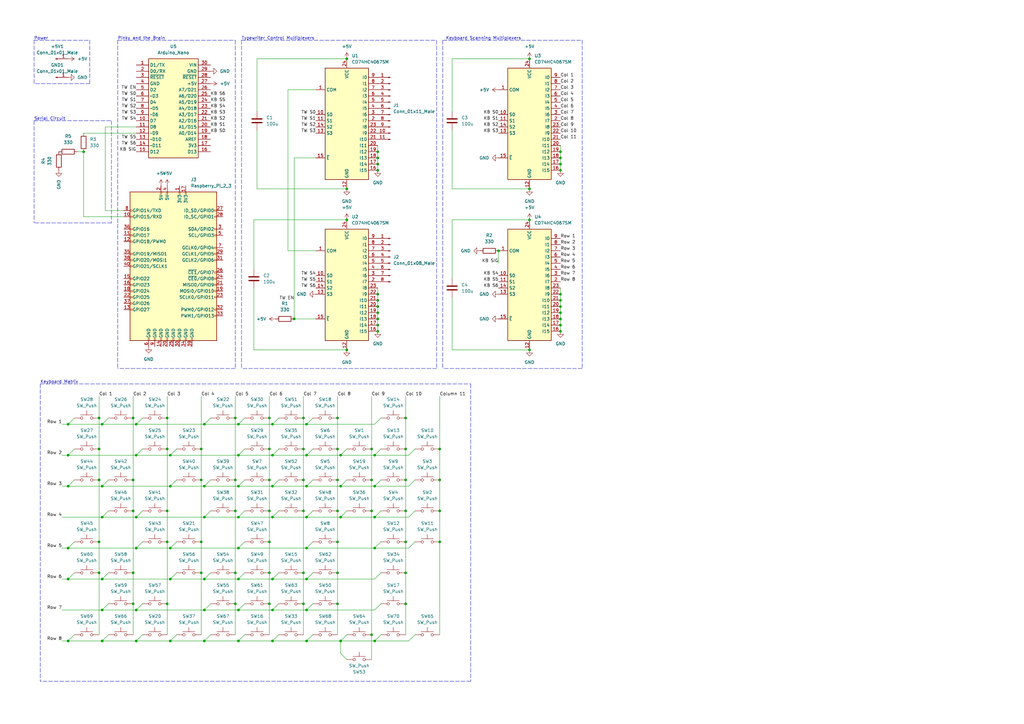
<source format=kicad_sch>
(kicad_sch (version 20211123) (generator eeschema)
  (paper "A3")
  (title_block (title "Brother AX-25 Serial Terminal Control Board") (date "2022-09-07") (rev "1"))
  (junction (at 125.73 224.79))
  (junction (at 111.76 212.09))
  (junction (at 153.67 224.79))
  (junction (at 68.58 209.55))
  (junction (at 166.37 234.95))
  (junction (at 97.79 186.69))
  (junction (at 142.24 90.17))
  (junction (at 82.55 184.15))
  (junction (at 54.61 209.55))
  (junction (at 154.94 69.85))
  (junction (at 138.43 184.15))
  (junction (at 110.49 171.45))
  (junction (at 27.94 186.69))
  (junction (at 97.79 173.99))
  (junction (at 41.91 173.99))
  (junction (at 154.94 120.65))
  (junction (at 153.67 262.89))
  (junction (at 69.85 186.69))
  (junction (at 166.37 184.15))
  (junction (at 54.61 234.95))
  (junction (at 166.37 222.25))
  (junction (at 125.73 212.09))
  (junction (at 41.91 262.89))
  (junction (at 83.82 173.99))
  (junction (at 229.87 64.77))
  (junction (at 124.46 171.45))
  (junction (at 217.17 24.13))
  (junction (at 152.4 184.15))
  (junction (at 152.4 209.55))
  (junction (at 27.94 237.49))
  (junction (at 124.46 196.85))
  (junction (at 54.61 196.85))
  (junction (at 217.17 143.51))
  (junction (at 154.94 64.77))
  (junction (at 125.73 262.89))
  (junction (at 40.64 222.25))
  (junction (at 180.34 184.15))
  (junction (at 55.88 224.79))
  (junction (at 55.88 212.09))
  (junction (at 97.79 250.19))
  (junction (at 96.52 171.45))
  (junction (at 83.82 237.49))
  (junction (at 40.64 184.15))
  (junction (at 229.87 120.65))
  (junction (at 166.37 247.65))
  (junction (at 68.58 184.15))
  (junction (at 97.79 199.39))
  (junction (at 27.94 262.89))
  (junction (at 110.49 234.95))
  (junction (at 97.79 237.49))
  (junction (at 142.24 24.13))
  (junction (at 154.94 62.23))
  (junction (at 55.88 186.69))
  (junction (at 125.73 186.69))
  (junction (at 41.91 199.39))
  (junction (at 111.76 173.99))
  (junction (at 142.24 143.51))
  (junction (at 204.47 102.87))
  (junction (at 97.79 212.09))
  (junction (at 138.43 234.95))
  (junction (at 125.73 237.49))
  (junction (at 229.87 135.89))
  (junction (at 153.67 212.09))
  (junction (at 120.65 130.81))
  (junction (at 111.76 237.49))
  (junction (at 27.94 199.39))
  (junction (at 180.34 209.55))
  (junction (at 154.94 133.35))
  (junction (at 138.43 171.45))
  (junction (at 124.46 184.15))
  (junction (at 138.43 209.55))
  (junction (at 83.82 262.89))
  (junction (at 110.49 222.25))
  (junction (at 55.88 173.99))
  (junction (at 110.49 196.85))
  (junction (at 68.58 171.45))
  (junction (at 82.55 196.85))
  (junction (at 139.7 262.89))
  (junction (at 229.87 125.73))
  (junction (at 139.7 199.39))
  (junction (at 82.55 222.25))
  (junction (at 96.52 234.95))
  (junction (at 166.37 171.45))
  (junction (at 229.87 130.81))
  (junction (at 217.17 90.17))
  (junction (at 125.73 173.99))
  (junction (at 180.34 196.85))
  (junction (at 82.55 234.95))
  (junction (at 154.94 135.89))
  (junction (at 111.76 186.69))
  (junction (at 111.76 199.39))
  (junction (at 154.94 123.19))
  (junction (at 229.87 123.19))
  (junction (at 153.67 186.69))
  (junction (at 69.85 237.49))
  (junction (at 54.61 247.65))
  (junction (at 40.64 196.85))
  (junction (at 180.34 222.25))
  (junction (at 111.76 262.89))
  (junction (at 217.17 77.47))
  (junction (at 139.7 212.09))
  (junction (at 110.49 184.15))
  (junction (at 124.46 247.65))
  (junction (at 69.85 262.89))
  (junction (at 139.7 186.69))
  (junction (at 27.94 173.99))
  (junction (at 166.37 196.85))
  (junction (at 68.58 222.25))
  (junction (at 152.4 260.35))
  (junction (at 40.64 171.45))
  (junction (at 229.87 133.35))
  (junction (at 54.61 171.45))
  (junction (at 125.73 199.39))
  (junction (at 124.46 209.55))
  (junction (at 154.94 67.31))
  (junction (at 96.52 209.55))
  (junction (at 40.64 234.95))
  (junction (at 83.82 199.39))
  (junction (at 154.94 125.73))
  (junction (at 41.91 212.09))
  (junction (at 229.87 67.31))
  (junction (at 110.49 209.55))
  (junction (at 166.37 209.55))
  (junction (at 83.82 250.19))
  (junction (at 138.43 196.85))
  (junction (at 41.91 250.19))
  (junction (at 229.87 128.27))
  (junction (at 97.79 262.89))
  (junction (at 110.49 247.65))
  (junction (at 27.94 224.79))
  (junction (at 152.4 196.85))
  (junction (at 55.88 250.19))
  (junction (at 154.94 128.27))
  (junction (at 153.67 199.39))
  (junction (at 142.24 77.47))
  (junction (at 97.79 224.79))
  (junction (at 138.43 222.25))
  (junction (at 96.52 247.65))
  (junction (at 55.88 262.89))
  (junction (at 229.87 69.85))
  (junction (at 138.43 247.65))
  (junction (at 83.82 212.09))
  (junction (at 69.85 199.39))
  (junction (at 41.91 237.49))
  (junction (at 68.58 247.65))
  (junction (at 69.85 224.79))
  (junction (at 111.76 250.19))
  (junction (at 125.73 250.19))
  (junction (at 34.29 62.23))
  (junction (at 229.87 62.23))
  (junction (at 124.46 234.95))
  (junction (at 154.94 130.81))
  (junction (at 96.52 196.85))
  (wire (pts (xy 156.21 222.25) (xy 153.67 224.79)))
  (wire (pts (xy 105.41 53.34) (xy 105.41 77.47)))
  (wire (pts (xy 96.52 209.55) (xy 96.52 234.95)))
  (wire (pts (xy 44.45 209.55) (xy 41.91 212.09)))
  (wire (pts (xy 41.91 262.89) (xy 27.94 262.89)))
  (wire (pts (xy 125.73 173.99) (xy 153.67 173.99)))
  (wire (pts (xy 100.33 260.35) (xy 97.79 262.89)))
  (wire (pts (xy 138.43 162.56) (xy 138.43 171.45)))
  (wire (pts (xy 72.39 222.25) (xy 69.85 224.79)))
  (polyline (pts (xy 181.61 16.51) (xy 238.76 16.51)))
  (polyline (pts (xy 45.72 49.53) (xy 45.72 91.44)))
  (polyline (pts (xy 45.72 91.44) (xy 13.97 91.44)))
  (polyline (pts (xy 13.97 16.51) (xy 36.83 16.51)))
  (wire (pts (xy 82.55 222.25) (xy 82.55 234.95)))
  (wire (pts (xy 69.85 262.89) (xy 55.88 262.89)))
  (wire (pts (xy 72.39 184.15) (xy 69.85 186.69)))
  (wire (pts (xy 128.27 247.65) (xy 125.73 250.19)))
  (wire (pts (xy 110.49 209.55) (xy 110.49 222.25)))
  (wire (pts (xy 110.49 196.85) (xy 110.49 209.55)))
  (wire (pts (xy 142.24 184.15) (xy 139.7 186.69)))
  (wire (pts (xy 86.36 234.95) (xy 83.82 237.49)))
  (wire (pts (xy 167.64 199.39) (xy 153.67 199.39)))
  (wire (pts (xy 27.94 262.89) (xy 25.4 262.89)))
  (wire (pts (xy 114.3 247.65) (xy 111.76 250.19)))
  (wire (pts (xy 142.24 24.13) (xy 105.41 24.13)))
  (wire (pts (xy 180.34 209.55) (xy 180.34 222.25)))
  (wire (pts (xy 167.64 262.89) (xy 153.67 262.89)))
  (wire (pts (xy 139.7 267.97) (xy 139.7 262.89)))
  (wire (pts (xy 54.61 234.95) (xy 54.61 247.65)))
  (wire (pts (xy 100.33 234.95) (xy 97.79 237.49)))
  (wire (pts (xy 229.87 118.11) (xy 229.87 120.65)))
  (wire (pts (xy 41.91 212.09) (xy 25.4 212.09)))
  (wire (pts (xy 69.85 199.39) (xy 41.91 199.39)))
  (wire (pts (xy 40.64 222.25) (xy 40.64 234.95)))
  (wire (pts (xy 111.76 262.89) (xy 97.79 262.89)))
  (wire (pts (xy 229.87 120.65) (xy 229.87 123.19)))
  (wire (pts (xy 54.61 209.55) (xy 54.61 234.95)))
  (wire (pts (xy 114.3 184.15) (xy 111.76 186.69)))
  (wire (pts (xy 55.88 173.99) (xy 83.82 173.99)))
  (wire (pts (xy 167.64 224.79) (xy 153.67 224.79)))
  (wire (pts (xy 43.18 52.07) (xy 55.88 52.07)))
  (wire (pts (xy 31.75 62.23) (xy 34.29 62.23)))
  (wire (pts (xy 124.46 171.45) (xy 124.46 184.15)))
  (wire (pts (xy 152.4 209.55) (xy 152.4 196.85)))
  (wire (pts (xy 83.82 173.99) (xy 97.79 173.99)))
  (wire (pts (xy 154.94 64.77) (xy 154.94 67.31)))
  (wire (pts (xy 142.24 209.55) (xy 139.7 212.09)))
  (wire (pts (xy 114.3 171.45) (xy 111.76 173.99)))
  (polyline (pts (xy 99.06 16.51) (xy 179.07 16.51)))
  (wire (pts (xy 111.76 186.69) (xy 97.79 186.69)))
  (polyline (pts (xy 193.04 157.48) (xy 193.04 279.4)))
  (wire (pts (xy 68.58 162.56) (xy 68.58 171.45)))
  (wire (pts (xy 58.42 247.65) (xy 55.88 250.19)))
  (wire (pts (xy 139.7 199.39) (xy 125.73 199.39)))
  (wire (pts (xy 104.14 118.11) (xy 104.14 143.51)))
  (wire (pts (xy 167.64 212.09) (xy 153.67 212.09)))
  (wire (pts (xy 54.61 196.85) (xy 54.61 209.55)))
  (wire (pts (xy 44.45 196.85) (xy 41.91 199.39)))
  (wire (pts (xy 104.14 90.17) (xy 104.14 110.49)))
  (wire (pts (xy 156.21 234.95) (xy 153.67 237.49)))
  (wire (pts (xy 110.49 247.65) (xy 110.49 260.35)))
  (polyline (pts (xy 99.06 16.51) (xy 99.06 151.13)))
  (wire (pts (xy 217.17 77.47) (xy 185.42 77.47)))
  (wire (pts (xy 138.43 209.55) (xy 138.43 222.25)))
  (wire (pts (xy 139.7 262.89) (xy 125.73 262.89)))
  (wire (pts (xy 142.24 90.17) (xy 104.14 90.17)))
  (wire (pts (xy 44.45 171.45) (xy 41.91 173.99)))
  (wire (pts (xy 96.52 247.65) (xy 96.52 260.35)))
  (polyline (pts (xy 16.51 157.48) (xy 193.04 157.48)))
  (wire (pts (xy 229.87 128.27) (xy 229.87 130.81)))
  (wire (pts (xy 229.87 123.19) (xy 229.87 125.73)))
  (wire (pts (xy 55.88 250.19) (xy 41.91 250.19)))
  (wire (pts (xy 156.21 260.35) (xy 153.67 262.89)))
  (wire (pts (xy 128.27 222.25) (xy 125.73 224.79)))
  (wire (pts (xy 54.61 162.56) (xy 54.61 171.45)))
  (wire (pts (xy 72.39 196.85) (xy 69.85 199.39)))
  (wire (pts (xy 86.36 171.45) (xy 83.82 173.99)))
  (wire (pts (xy 40.64 196.85) (xy 40.64 222.25)))
  (wire (pts (xy 156.21 171.45) (xy 153.67 173.99)))
  (wire (pts (xy 152.4 260.35) (xy 152.4 270.51)))
  (wire (pts (xy 142.24 196.85) (xy 139.7 199.39)))
  (wire (pts (xy 97.79 173.99) (xy 111.76 173.99)))
  (wire (pts (xy 100.33 196.85) (xy 97.79 199.39)))
  (wire (pts (xy 125.73 262.89) (xy 111.76 262.89)))
  (wire (pts (xy 44.45 260.35) (xy 41.91 262.89)))
  (wire (pts (xy 166.37 222.25) (xy 166.37 234.95)))
  (wire (pts (xy 166.37 234.95) (xy 166.37 247.65)))
  (wire (pts (xy 54.61 171.45) (xy 54.61 196.85)))
  (wire (pts (xy 125.73 186.69) (xy 111.76 186.69)))
  (wire (pts (xy 100.33 184.15) (xy 97.79 186.69)))
  (wire (pts (xy 185.42 114.3) (xy 185.42 90.17)))
  (wire (pts (xy 128.27 171.45) (xy 125.73 173.99)))
  (wire (pts (xy 110.49 171.45) (xy 110.49 184.15)))
  (wire (pts (xy 68.58 209.55) (xy 68.58 222.25)))
  (wire (pts (xy 50.8 86.36) (xy 43.18 86.36)))
  (polyline (pts (xy 181.61 16.51) (xy 181.61 151.13)))
  (wire (pts (xy 154.94 133.35) (xy 154.94 135.89)))
  (wire (pts (xy 30.48 171.45) (xy 27.94 173.99)))
  (wire (pts (xy 86.36 196.85) (xy 83.82 199.39)))
  (wire (pts (xy 97.79 237.49) (xy 83.82 237.49)))
  (polyline (pts (xy 193.04 279.4) (xy 16.51 279.4)))
  (wire (pts (xy 44.45 247.65) (xy 41.91 250.19)))
  (wire (pts (xy 154.94 62.23) (xy 154.94 64.77)))
  (wire (pts (xy 83.82 237.49) (xy 69.85 237.49)))
  (wire (pts (xy 83.82 262.89) (xy 69.85 262.89)))
  (wire (pts (xy 68.58 184.15) (xy 68.58 209.55)))
  (polyline (pts (xy 13.97 49.53) (xy 45.72 49.53)))
  (wire (pts (xy 114.3 209.55) (xy 111.76 212.09)))
  (wire (pts (xy 40.64 171.45) (xy 40.64 184.15)))
  (wire (pts (xy 111.76 212.09) (xy 97.79 212.09)))
  (wire (pts (xy 114.3 260.35) (xy 111.76 262.89)))
  (wire (pts (xy 118.11 102.87) (xy 118.11 36.83)))
  (wire (pts (xy 83.82 212.09) (xy 55.88 212.09)))
  (wire (pts (xy 152.4 209.55) (xy 152.4 260.35)))
  (wire (pts (xy 40.64 234.95) (xy 40.64 260.35)))
  (wire (pts (xy 180.34 222.25) (xy 180.34 260.35)))
  (wire (pts (xy 154.94 125.73) (xy 154.94 128.27)))
  (wire (pts (xy 124.46 184.15) (xy 124.46 196.85)))
  (wire (pts (xy 41.91 237.49) (xy 27.94 237.49)))
  (wire (pts (xy 100.33 209.55) (xy 97.79 212.09)))
  (polyline (pts (xy 13.97 16.51) (xy 13.97 34.29)))
  (wire (pts (xy 82.55 196.85) (xy 82.55 222.25)))
  (wire (pts (xy 25.4 250.19) (xy 41.91 250.19)))
  (wire (pts (xy 166.37 247.65) (xy 166.37 260.35)))
  (wire (pts (xy 110.49 234.95) (xy 110.49 247.65)))
  (wire (pts (xy 229.87 133.35) (xy 229.87 135.89)))
  (wire (pts (xy 110.49 162.56) (xy 110.49 171.45)))
  (wire (pts (xy 125.73 224.79) (xy 153.67 224.79)))
  (wire (pts (xy 104.14 143.51) (xy 142.24 143.51)))
  (wire (pts (xy 204.47 107.95) (xy 204.47 102.87)))
  (wire (pts (xy 110.49 222.25) (xy 110.49 234.95)))
  (polyline (pts (xy 48.26 16.51) (xy 48.26 151.13)))
  (wire (pts (xy 229.87 62.23) (xy 229.87 64.77)))
  (wire (pts (xy 27.94 173.99) (xy 41.91 173.99)))
  (wire (pts (xy 82.55 162.56) (xy 82.55 184.15)))
  (wire (pts (xy 114.3 234.95) (xy 111.76 237.49)))
  (wire (pts (xy 170.18 184.15) (xy 167.64 186.69)))
  (wire (pts (xy 30.48 196.85) (xy 27.94 199.39)))
  (wire (pts (xy 41.91 173.99) (xy 55.88 173.99)))
  (wire (pts (xy 129.54 130.81) (xy 120.65 130.81)))
  (wire (pts (xy 166.37 171.45) (xy 166.37 184.15)))
  (wire (pts (xy 139.7 186.69) (xy 125.73 186.69)))
  (wire (pts (xy 229.87 59.69) (xy 229.87 62.23)))
  (wire (pts (xy 156.21 209.55) (xy 153.67 212.09)))
  (wire (pts (xy 41.91 237.49) (xy 69.85 237.49)))
  (wire (pts (xy 170.18 209.55) (xy 167.64 212.09)))
  (wire (pts (xy 86.36 260.35) (xy 83.82 262.89)))
  (wire (pts (xy 100.33 171.45) (xy 97.79 173.99)))
  (wire (pts (xy 138.43 184.15) (xy 138.43 196.85)))
  (wire (pts (xy 138.43 196.85) (xy 138.43 209.55)))
  (polyline (pts (xy 96.52 16.51) (xy 96.52 151.13)))
  (wire (pts (xy 97.79 224.79) (xy 125.73 224.79)))
  (wire (pts (xy 153.67 212.09) (xy 139.7 212.09)))
  (wire (pts (xy 152.4 184.15) (xy 152.4 196.85)))
  (wire (pts (xy 55.88 212.09) (xy 41.91 212.09)))
  (polyline (pts (xy 13.97 49.53) (xy 13.97 91.44)))
  (wire (pts (xy 27.94 186.69) (xy 25.4 186.69)))
  (wire (pts (xy 69.85 224.79) (xy 97.79 224.79)))
  (wire (pts (xy 86.36 247.65) (xy 83.82 250.19)))
  (polyline (pts (xy 179.07 151.13) (xy 99.06 151.13)))
  (wire (pts (xy 30.48 234.95) (xy 27.94 237.49)))
  (wire (pts (xy 128.27 184.15) (xy 125.73 186.69)))
  (wire (pts (xy 97.79 212.09) (xy 83.82 212.09)))
  (wire (pts (xy 128.27 234.95) (xy 125.73 237.49)))
  (wire (pts (xy 170.18 222.25) (xy 167.64 224.79)))
  (wire (pts (xy 105.41 77.47) (xy 142.24 77.47)))
  (wire (pts (xy 166.37 209.55) (xy 166.37 222.25)))
  (wire (pts (xy 120.65 130.81) (xy 120.65 64.77)))
  (wire (pts (xy 69.85 186.69) (xy 55.88 186.69)))
  (wire (pts (xy 152.4 162.56) (xy 152.4 184.15)))
  (wire (pts (xy 41.91 199.39) (xy 27.94 199.39)))
  (wire (pts (xy 97.79 262.89) (xy 83.82 262.89)))
  (wire (pts (xy 30.48 184.15) (xy 27.94 186.69)))
  (wire (pts (xy 82.55 184.15) (xy 82.55 196.85)))
  (polyline (pts (xy 16.51 157.48) (xy 16.51 279.4)))
  (wire (pts (xy 97.79 250.19) (xy 83.82 250.19)))
  (wire (pts (xy 154.94 59.69) (xy 154.94 62.23)))
  (wire (pts (xy 154.94 67.31) (xy 154.94 69.85)))
  (wire (pts (xy 229.87 64.77) (xy 229.87 67.31)))
  (wire (pts (xy 111.76 237.49) (xy 97.79 237.49)))
  (wire (pts (xy 55.88 262.89) (xy 41.91 262.89)))
  (wire (pts (xy 125.73 237.49) (xy 111.76 237.49)))
  (wire (pts (xy 156.21 184.15) (xy 153.67 186.69)))
  (wire (pts (xy 100.33 247.65) (xy 97.79 250.19)))
  (wire (pts (xy 96.52 162.56) (xy 96.52 171.45)))
  (wire (pts (xy 100.33 222.25) (xy 97.79 224.79)))
  (wire (pts (xy 44.45 234.95) (xy 41.91 237.49)))
  (wire (pts (xy 229.87 67.31) (xy 229.87 69.85)))
  (wire (pts (xy 34.29 88.9) (xy 50.8 88.9)))
  (wire (pts (xy 55.88 186.69) (xy 27.94 186.69)))
  (wire (pts (xy 96.52 171.45) (xy 96.52 196.85)))
  (wire (pts (xy 27.94 224.79) (xy 55.88 224.79)))
  (wire (pts (xy 180.34 196.85) (xy 180.34 209.55)))
  (wire (pts (xy 86.36 209.55) (xy 83.82 212.09)))
  (wire (pts (xy 180.34 184.15) (xy 180.34 196.85)))
  (wire (pts (xy 124.46 209.55) (xy 124.46 234.95)))
  (wire (pts (xy 111.76 173.99) (xy 125.73 173.99)))
  (polyline (pts (xy 48.26 16.51) (xy 96.52 16.51)))
  (wire (pts (xy 128.27 260.35) (xy 125.73 262.89)))
  (wire (pts (xy 124.46 162.56) (xy 124.46 171.45)))
  (polyline (pts (xy 36.83 16.51) (xy 36.83 34.29)))
  (wire (pts (xy 58.42 171.45) (xy 55.88 173.99)))
  (wire (pts (xy 153.67 199.39) (xy 139.7 199.39)))
  (wire (pts (xy 111.76 250.19) (xy 97.79 250.19)))
  (wire (pts (xy 30.48 260.35) (xy 27.94 262.89)))
  (wire (pts (xy 120.65 64.77) (xy 129.54 64.77)))
  (wire (pts (xy 25.4 173.99) (xy 27.94 173.99)))
  (wire (pts (xy 170.18 260.35) (xy 167.64 262.89)))
  (wire (pts (xy 185.42 77.47) (xy 185.42 53.34)))
  (wire (pts (xy 34.29 62.23) (xy 34.29 88.9)))
  (wire (pts (xy 43.18 86.36) (xy 43.18 52.07)))
  (wire (pts (xy 185.42 45.72) (xy 185.42 24.13)))
  (wire (pts (xy 40.64 162.56) (xy 40.64 171.45)))
  (wire (pts (xy 154.94 118.11) (xy 154.94 120.65)))
  (wire (pts (xy 166.37 184.15) (xy 166.37 196.85)))
  (wire (pts (xy 229.87 130.81) (xy 229.87 133.35)))
  (wire (pts (xy 153.67 262.89) (xy 139.7 262.89)))
  (wire (pts (xy 156.21 196.85) (xy 153.67 199.39)))
  (wire (pts (xy 125.73 250.19) (xy 153.67 250.19)))
  (wire (pts (xy 124.46 247.65) (xy 124.46 260.35)))
  (wire (pts (xy 114.3 196.85) (xy 111.76 199.39)))
  (polyline (pts (xy 36.83 34.29) (xy 13.97 34.29)))
  (wire (pts (xy 185.42 143.51) (xy 185.42 121.92)))
  (wire (pts (xy 180.34 162.56) (xy 180.34 184.15)))
  (wire (pts (xy 110.49 184.15) (xy 110.49 196.85)))
  (polyline (pts (xy 96.52 151.13) (xy 48.26 151.13)))
  (wire (pts (xy 139.7 212.09) (xy 125.73 212.09)))
  (wire (pts (xy 129.54 102.87) (xy 118.11 102.87)))
  (wire (pts (xy 124.46 234.95) (xy 124.46 247.65)))
  (wire (pts (xy 185.42 90.17) (xy 217.17 90.17)))
  (wire (pts (xy 27.94 224.79) (xy 25.4 224.79)))
  (wire (pts (xy 96.52 234.95) (xy 96.52 247.65)))
  (wire (pts (xy 217.17 143.51) (xy 185.42 143.51)))
  (wire (pts (xy 128.27 196.85) (xy 125.73 199.39)))
  (wire (pts (xy 138.43 171.45) (xy 138.43 184.15)))
  (wire (pts (xy 83.82 199.39) (xy 69.85 199.39)))
  (polyline (pts (xy 179.07 16.51) (xy 179.07 151.13)))
  (wire (pts (xy 111.76 199.39) (xy 97.79 199.39)))
  (wire (pts (xy 154.94 123.19) (xy 154.94 125.73)))
  (wire (pts (xy 68.58 171.45) (xy 68.58 184.15)))
  (wire (pts (xy 154.94 128.27) (xy 154.94 130.81)))
  (wire (pts (xy 34.29 54.61) (xy 55.88 54.61)))
  (wire (pts (xy 125.73 212.09) (xy 111.76 212.09)))
  (wire (pts (xy 154.94 130.81) (xy 154.94 133.35)))
  (wire (pts (xy 58.42 184.15) (xy 55.88 186.69)))
  (wire (pts (xy 170.18 196.85) (xy 167.64 199.39)))
  (wire (pts (xy 229.87 125.73) (xy 229.87 128.27)))
  (wire (pts (xy 138.43 222.25) (xy 138.43 234.95)))
  (wire (pts (xy 166.37 196.85) (xy 166.37 209.55)))
  (wire (pts (xy 125.73 199.39) (xy 111.76 199.39)))
  (wire (pts (xy 68.58 222.25) (xy 68.58 247.65)))
  (wire (pts (xy 105.41 24.13) (xy 105.41 45.72)))
  (wire (pts (xy 118.11 36.83) (xy 129.54 36.83)))
  (wire (pts (xy 27.94 199.39) (xy 25.4 199.39)))
  (wire (pts (xy 124.46 196.85) (xy 124.46 209.55)))
  (wire (pts (xy 125.73 237.49) (xy 153.67 237.49)))
  (wire (pts (xy 96.52 196.85) (xy 96.52 209.55)))
  (wire (pts (xy 58.42 260.35) (xy 55.88 262.89)))
  (wire (pts (xy 154.94 120.65) (xy 154.94 123.19)))
  (wire (pts (xy 72.39 234.95) (xy 69.85 237.49)))
  (wire (pts (xy 142.24 270.51) (xy 139.7 267.97)))
  (wire (pts (xy 156.21 247.65) (xy 153.67 250.19)))
  (wire (pts (xy 68.58 247.65) (xy 68.58 260.35)))
  (wire (pts (xy 153.67 186.69) (xy 139.7 186.69)))
  (wire (pts (xy 58.42 222.25) (xy 55.88 224.79)))
  (wire (pts (xy 55.88 250.19) (xy 83.82 250.19)))
  (wire (pts (xy 72.39 260.35) (xy 69.85 262.89)))
  (wire (pts (xy 40.64 184.15) (xy 40.64 196.85)))
  (wire (pts (xy 69.85 224.79) (xy 55.88 224.79)))
  (wire (pts (xy 97.79 186.69) (xy 69.85 186.69)))
  (wire (pts (xy 54.61 247.65) (xy 54.61 260.35)))
  (wire (pts (xy 30.48 222.25) (xy 27.94 224.79)))
  (wire (pts (xy 138.43 234.95) (xy 138.43 247.65)))
  (polyline (pts (xy 238.76 16.51) (xy 238.76 151.13)))
  (wire (pts (xy 27.94 237.49) (xy 25.4 237.49)))
  (wire (pts (xy 138.43 247.65) (xy 138.43 260.35)))
  (wire (pts (xy 82.55 234.95) (xy 82.55 260.35)))
  (wire (pts (xy 128.27 209.55) (xy 125.73 212.09)))
  (wire (pts (xy 167.64 186.69) (xy 153.67 186.69)))
  (polyline (pts (xy 238.76 151.13) (xy 181.61 151.13)))
  (wire (pts (xy 166.37 162.56) (xy 166.37 171.45)))
  (wire (pts (xy 97.79 199.39) (xy 83.82 199.39)))
  (wire (pts (xy 142.24 260.35) (xy 139.7 262.89)))
  (wire (pts (xy 125.73 250.19) (xy 111.76 250.19)))
  (wire (pts (xy 58.42 209.55) (xy 55.88 212.09)))
  (wire (pts (xy 185.42 24.13) (xy 217.17 24.13)))
  (text "Typewriter Control Multiplexers" (at 99.06 16.51 0) (effects (font (size 1.27 1.27)) (justify left bottom)))
  (text "Power\n" (at 13.97 16.51 0) (effects (font (size 1.27 1.27)) (justify left bottom)))
  (text "Pinky and the Brain" (at 48.26 16.51 0) (effects (font (size 1.27 1.27)) (justify left bottom)))
  (text "Keyboard Scanning Multiplexers" (at 182.88 16.51 0) (effects (font (size 1.27 1.27)) (justify left bottom)))
  (text "Keyboard Matrix" (at 16.51 157.48 0) (effects (font (size 1.27 1.27)) (justify left bottom)))
  (text "Serial Circuit\n" (at 13.97 49.53 0) (effects (font (size 1.27 1.27)) (justify left bottom)))
  (label "TW S4" (at 129.54 113.03 180))
  (label "TW S1" (at 129.54 49.53 180))
  (label "Col 6" (at 110.49 162.56 0))
  (label "Row 2" (at 25.4 186.69 180))
  (label "Row 1" (at 229.87 97.79 0))
  (label "Row 3" (at 25.4 199.39 180))
  (label "Row 6" (at 25.4 237.49 180))
  (label "TW S1" (at 55.88 41.91 180))
  (label "KB S0" (at 204.47 46.99 180))
  (label "TW S5" (at 129.54 115.57 180))
  (label "Col 6" (at 229.87 44.45 0))
  (label "Row 4" (at 25.4 212.09 180))
  (label "KB S5" (at 204.47 115.57 180))
  (label "Col 2" (at 54.61 162.56 0))
  (label "Col 11" (at 229.87 57.15 0))
  (label "Col 4" (at 229.87 39.37 0))
  (label "TW S6" (at 55.88 59.69 180))
  (label "Row 4" (at 229.87 105.41 0))
  (label "TW EN" (at 55.88 36.83 180))
  (label "KB S3" (at 204.47 54.61 180))
  (label "KB S2" (at 204.47 52.07 180))
  (label "KB S6" (at 86.36 39.37 0))
  (label "TW EN" (at 120.65 123.19 180))
  (label "Col 8" (at 138.43 162.56 0))
  (label "Col 3" (at 68.58 162.56 0))
  (label "Col 7" (at 124.46 162.56 0))
  (label "Col 1" (at 40.64 162.56 0))
  (label "KB S0" (at 86.36 54.61 0))
  (label "Row 7" (at 25.4 250.19 180))
  (label "TW S2" (at 129.54 52.07 180))
  (label "Row 1" (at 25.4 173.99 180))
  (label "KB SIG" (at 55.88 62.23 180))
  (label "TW S0" (at 55.88 39.37 180))
  (label "KB S4" (at 204.47 113.03 180))
  (label "Col 4" (at 82.55 162.56 0))
  (label "Row 8" (at 229.87 115.57 0))
  (label "Row 3" (at 229.87 102.87 0))
  (label "Row 5" (at 25.4 224.79 180))
  (label "KB S1" (at 204.47 49.53 180))
  (label "Col 9" (at 229.87 52.07 0))
  (label "Col 10" (at 166.37 162.56 0))
  (label "TW S0" (at 129.54 46.99 180))
  (label "KB SIG" (at 204.47 107.95 180))
  (label "Col 1" (at 229.87 31.75 0))
  (label "KB S2" (at 86.36 49.53 0))
  (label "KB S4" (at 86.36 44.45 0))
  (label "Col 7" (at 229.87 46.99 0))
  (label "TW S3" (at 129.54 54.61 180))
  (label "KB S1" (at 86.36 52.07 0))
  (label "Row 2" (at 229.87 100.33 0))
  (label "Col 9" (at 152.4 162.56 0))
  (label "Row 5" (at 229.87 107.95 0))
  (label "Row 7" (at 229.87 113.03 0))
  (label "Col 8" (at 229.87 49.53 0))
  (label "Row 8" (at 25.4 262.89 180))
  (label "TW S3" (at 55.88 46.99 180))
  (label "TW S6" (at 129.54 118.11 180))
  (label "Col 10" (at 229.87 54.61 0))
  (label "Row 6" (at 229.87 110.49 0))
  (label "Col 3" (at 229.87 36.83 0))
  (label "Col 5" (at 229.87 41.91 0))
  (label "KB S6" (at 204.47 118.11 180))
  (label "TW S2" (at 55.88 44.45 180))
  (label "KB S5" (at 86.36 41.91 0))
  (label "TW S4" (at 55.88 49.53 180))
  (label "KB S3" (at 86.36 46.99 0))
  (label "Column 11" (at 180.34 162.56 0))
  (label "Col 5" (at 96.52 162.56 0))
  (label "TW S5" (at 55.88 57.15 180))
  (label "Col 2" (at 229.87 34.29 0))
  (symbol (lib_id "Switch:SW_Push") (at 119.38 171.45 0) (unit 1)
    (property "Reference" "SW51" (at 119.38 163.83 0))
    (property "Value" "SW_Push" (at 119.38 166.37 0))
    (property "Footprint" "MX_Alps_Hybrid:MX-1U-NoLED" (effects hide))
  )
  (symbol (lib_id "power:+5V") (at 217.17 90.17 0) (unit 1)
    (property "Reference" "#PWR0111" (effects hide))
    (property "Value" "+5V" (at 217.17 85.09 0))
  )
  (symbol (lib_id "Switch:SW_Push") (at 119.38 184.15 0) (unit 1)
    (property "Reference" "SW35" (at 119.38 176.53 0))
    (property "Value" "SW_Push" (at 119.38 179.07 0))
    (property "Footprint" "MX_Alps_Hybrid:MX-1U-NoLED" (effects hide))
  )
  (symbol (lib_id "Switch:SW_Push") (at 77.47 196.85 0) (unit 1)
    (property "Reference" "SW40" (at 77.47 189.23 0))
    (property "Value" "SW_Push" (at 77.47 191.77 0))
    (property "Footprint" "MX_Alps_Hybrid:MX-1U-NoLED" (effects hide))
  )
  (symbol (lib_id "Device:C") (at 185.42 118.11 0) (unit 1)
    (property "Reference" "C4" (at 189.23 116.8399 0) (effects (justify left)))
    (property "Value" "100u" (at 189.23 119.3799 0) (effects (justify left)))
    (property "Footprint" "Capacitor_THT:C_Disc_D3.4mm_W2.1mm_P2.50mm" (effects hide))
  )
  (symbol (lib_id "Switch:SW_Push") (at 49.53 209.55 0) (unit 1)
    (property "Reference" "SW46" (at 49.53 201.93 0))
    (property "Value" "SW_Push" (at 49.53 204.47 0))
    (property "Footprint" "MX_Alps_Hybrid:MX-1U-NoLED" (effects hide))
  )
  (symbol (lib_id "74xx:CD74HC4067SM") (at 217.17 49.53 0) (unit 1)
    (property "Reference" "U3" (at 219.1894 22.86 0) (effects (justify left)))
    (property "Value" "CD74HC4067SM" (at 219.1894 25.4 0) (effects (justify left)))
    (property "Footprint" "Package_SO:SSOP-24_5.3x8.2mm_P0.65mm" (effects hide))
    (property "Datasheet" "http://www.ti.com/lit/ds/symlink/cd74hc4067.pdf" (effects hide))
  )
  (symbol (lib_id "Device:R") (at 34.29 58.42 0) (unit 1)
    (property "Reference" "R3" (at 36.83 57.1499 0) (effects (justify left)))
    (property "Value" "330" (at 36.83 59.6899 0) (effects (justify left)))
    (property "Footprint" "Resistor_THT:R_Axial_DIN0207_L6.3mm_D2.5mm_P10.16mm_Horizontal" (effects hide))
  )
  (symbol (lib_id "Switch:SW_Push") (at 119.38 260.35 0) (unit 1)
    (property "Reference" "SW33" (at 119.38 252.73 0))
    (property "Value" "SW_Push" (at 119.38 255.27 0))
    (property "Footprint" "MX_Alps_Hybrid:MX-1.5U-NoLED" (effects hide))
  )
  (symbol (lib_id "power:GND") (at 142.24 77.47 0) (unit 1)
    (property "Reference" "#PWR0101" (effects hide))
    (property "Value" "GND" (at 142.24 82.55 0))
  )
  (symbol (lib_id "Switch:SW_Push") (at 105.41 184.15 0) (unit 1)
    (property "Reference" "SW29" (at 105.41 176.53 0))
    (property "Value" "SW_Push" (at 105.41 179.07 0))
    (property "Footprint" "MX_Alps_Hybrid:MX-1U-NoLED" (effects hide))
  )
  (symbol (lib_id "Switch:SW_Push") (at 63.5 247.65 0) (unit 1)
    (property "Reference" "SW57" (at 63.5 240.03 0))
    (property "Value" "SW_Push" (at 63.5 242.57 0))
    (property "Footprint" "MX_Alps_Hybrid:MX-1U-NoLED" (effects hide))
  )
  (symbol (lib_id "Switch:SW_Push") (at 35.56 234.95 0) (unit 1)
    (property "Reference" "SW60" (at 35.56 227.33 0))
    (property "Value" "SW_Push" (at 35.56 229.87 0))
    (property "Footprint" "MX_Alps_Hybrid:MX-1U-NoLED" (effects hide))
  )
  (symbol (lib_id "Switch:SW_Push") (at 133.35 196.85 0) (unit 1)
    (property "Reference" "SW5" (at 133.35 189.23 0))
    (property "Value" "SW_Push" (at 133.35 191.77 0))
    (property "Footprint" "MX_Alps_Hybrid:MX-1U-NoLED" (effects hide))
  )
  (symbol (lib_id "Switch:SW_Push") (at 105.41 209.55 0) (unit 1)
    (property "Reference" "SW31" (at 105.41 201.93 0))
    (property "Value" "SW_Push" (at 105.41 204.47 0))
    (property "Footprint" "MX_Alps_Hybrid:MX-1U-NoLED" (effects hide))
  )
  (symbol (lib_id "Switch:SW_Push") (at 133.35 247.65 0) (unit 1)
    (property "Reference" "SW50" (at 133.35 240.03 0))
    (property "Value" "SW_Push" (at 133.35 242.57 0))
    (property "Footprint" "MX_Alps_Hybrid:MX-1U-NoLED" (effects hide))
  )
  (symbol (lib_id "Switch:SW_Push") (at 161.29 171.45 0) (unit 1)
    (property "Reference" "SW14" (at 161.29 163.83 0))
    (property "Value" "SW_Push" (at 161.29 166.37 0))
    (property "Footprint" "MX_Alps_Hybrid:MX-1U-NoLED" (effects hide))
  )
  (symbol (lib_id "power:GND") (at 86.36 29.21 90) (unit 1)
    (property "Reference" "#PWR0109" (effects hide))
    (property "Value" "GND" (at 90.17 29.2099 90) (effects (justify right)))
  )
  (symbol (lib_id "Switch:SW_Push") (at 35.56 260.35 0) (unit 1)
    (property "Reference" "SW69" (at 35.56 252.73 0))
    (property "Value" "SW_Push" (at 35.56 255.27 0))
    (property "Footprint" "MX_Alps_Hybrid:MX-1.25U-NoLED" (effects hide))
  )
  (symbol (lib_id "power:GND") (at 24.13 69.85 0) (unit 1)
    (property "Reference" "#PWR0122" (effects hide))
    (property "Value" "GND" (at 24.1299 73.66 90) (effects (justify right)))
  )
  (symbol (lib_id "Switch:SW_Push") (at 91.44 171.45 0) (unit 1)
    (property "Reference" "SW22" (at 91.44 163.83 0))
    (property "Value" "SW_Push" (at 91.44 166.37 0))
    (property "Footprint" "MX_Alps_Hybrid:MX-1U-NoLED" (effects hide))
  )
  (symbol (lib_id "Switch:SW_Push") (at 161.29 184.15 0) (unit 1)
    (property "Reference" "SW13" (at 161.29 176.53 0))
    (property "Value" "SW_Push" (at 161.29 179.07 0))
    (property "Footprint" "MX_Alps_Hybrid:MX-1U-NoLED" (effects hide))
  )
  (symbol (lib_id "Switch:SW_Push") (at 105.41 234.95 0) (unit 1)
    (property "Reference" "SW49" (at 105.41 227.33 0))
    (property "Value" "SW_Push" (at 105.41 229.87 0))
    (property "Footprint" "MX_Alps_Hybrid:MX-2.25U-NoLED" (effects hide))
  )
  (symbol (lib_id "power:GND") (at 154.94 135.89 0) (unit 1)
    (property "Reference" "#PWR0106" (effects hide))
    (property "Value" "GND" (at 154.94 140.97 0))
  )
  (symbol (lib_id "Switch:SW_Push") (at 63.5 184.15 0) (unit 1)
    (property "Reference" "SW25" (at 63.5 176.53 0))
    (property "Value" "SW_Push" (at 63.5 179.07 0))
    (property "Footprint" "MX_Alps_Hybrid:MX-1U-NoLED" (effects hide))
  )
  (symbol (lib_id "Switch:SW_Push") (at 105.41 260.35 0) (unit 1)
    (property "Reference" "SW16" (at 105.41 252.73 0))
    (property "Value" "SW_Push" (at 105.41 255.27 0))
    (property "Footprint" "MX_Alps_Hybrid:MX-2U-NoLED" (effects hide))
  )
  (symbol (lib_id "Switch:SW_Push") (at 161.29 209.55 0) (unit 1)
    (property "Reference" "SW4" (at 161.29 201.93 0))
    (property "Value" "SW_Push" (at 161.29 204.47 0))
    (property "Footprint" "MX_Alps_Hybrid:MX-1U-NoLED" (effects hide))
  )
  (symbol (lib_id "Switch:SW_Push") (at 77.47 234.95 0) (unit 1)
    (property "Reference" "SW56" (at 77.47 227.33 0))
    (property "Value" "SW_Push" (at 77.47 229.87 0))
    (property "Footprint" "MX_Alps_Hybrid:MX-1U-NoLED" (effects hide))
  )
  (symbol (lib_id "Device:R") (at 116.84 130.81 90) (unit 1)
    (property "Reference" "R1" (at 116.84 124.46 90))
    (property "Value" "330" (at 116.84 127 90))
    (property "Footprint" "Resistor_THT:R_Axial_DIN0207_L6.3mm_D2.5mm_P10.16mm_Horizontal" (effects hide))
  )
  (symbol (lib_id "power:GND") (at 60.96 142.24 0) (unit 1)
    (property "Reference" "#PWR0123" (effects hide))
    (property "Value" "GND" (at 60.96 147.32 0))
  )
  (symbol (lib_id "Switch:SW_Push") (at 77.47 184.15 0) (unit 1)
    (property "Reference" "SW23" (at 77.47 176.53 0))
    (property "Value" "SW_Push" (at 77.47 179.07 0))
    (property "Footprint" "MX_Alps_Hybrid:MX-1U-NoLED" (effects hide))
  )
  (symbol (lib_id "Switch:SW_Push") (at 35.56 184.15 0) (unit 1)
    (property "Reference" "SW27" (at 35.56 176.53 0))
    (property "Value" "SW_Push" (at 35.56 179.07 0))
    (property "Footprint" "MX_Alps_Hybrid:MX-1U-NoLED" (effects hide))
  )
  (symbol (lib_id "power:+5V") (at 113.03 130.81 90) (unit 1)
    (property "Reference" "#PWR0107" (effects hide))
    (property "Value" "+5V" (at 109.22 130.8099 90) (effects (justify left)))
  )
  (symbol (lib_id "Switch:SW_Push") (at 63.5 209.55 0) (unit 1)
    (property "Reference" "SW41" (at 63.5 201.93 0))
    (property "Value" "SW_Push" (at 63.5 204.47 0))
    (property "Footprint" "MX_Alps_Hybrid:MX-1U-NoLED" (effects hide))
  )
  (symbol (lib_id "Switch:SW_Push") (at 133.35 222.25 0) (unit 1)
    (property "Reference" "SW8" (at 133.35 214.63 0))
    (property "Value" "SW_Push" (at 133.35 217.17 0))
    (property "Footprint" "MX_Alps_Hybrid:MX-1U-NoLED" (effects hide))
  )
  (symbol (lib_id "Switch:SW_Push") (at 63.5 171.45 0) (unit 1)
    (property "Reference" "SW24" (at 63.5 163.83 0))
    (property "Value" "SW_Push" (at 63.5 166.37 0))
    (property "Footprint" "MX_Alps_Hybrid:MX-1U-NoLED" (effects hide))
  )
  (symbol (lib_id "power:+5V") (at 142.24 90.17 0) (mirror y) (unit 1)
    (property "Reference" "#PWR0102" (effects hide))
    (property "Value" "+5V" (at 142.24 85.09 0))
  )
  (symbol (lib_id "Connector:Conn_01x01_Male") (at 22.86 31.75 0) (unit 1)
    (property "Reference" "GND1" (at 23.495 26.67 0))
    (property "Value" "Conn_01x01_Male" (at 23.495 29.21 0))
    (property "Footprint" "Connector_Wire:SolderWire-0.25sqmm_1x01_D0.65mm_OD1.7mm" (effects hide))
  )
  (symbol (lib_id "power:+5V") (at 66.04 76.2 0) (unit 1)
    (property "Reference" "#PWR0131" (effects hide))
    (property "Value" "+5V" (at 66.04 71.12 0))
  )
  (symbol (lib_id "Switch:SW_Push") (at 161.29 234.95 0) (unit 1)
    (property "Reference" "SW34" (at 161.29 227.33 0))
    (property "Value" "SW_Push" (at 161.29 229.87 0))
    (property "Footprint" "MX_Alps_Hybrid:MX-1U-NoLED" (effects hide))
  )
  (symbol (lib_id "power:+5V") (at 27.94 24.13 270) (unit 1)
    (property "Reference" "#PWR0134" (effects hide))
    (property "Value" "+5V" (at 31.75 24.1299 90) (effects (justify left)))
  )
  (symbol (lib_id "Switch:SW_Push") (at 133.35 234.95 0) (unit 1)
    (property "Reference" "SW62" (at 133.35 227.33 0))
    (property "Value" "SW_Push" (at 133.35 229.87 0))
    (property "Footprint" "MX_Alps_Hybrid:MX-1U-NoLED" (effects hide))
  )
  (symbol (lib_id "Switch:SW_Push") (at 119.38 247.65 0) (unit 1)
    (property "Reference" "SW63" (at 119.38 240.03 0))
    (property "Value" "SW_Push" (at 119.38 242.57 0))
    (property "Footprint" "MX_Alps_Hybrid:MX-1U-NoLED" (effects hide))
  )
  (symbol (lib_id "Switch:SW_Push") (at 147.32 260.35 0) (unit 1)
    (property "Reference" "SW64" (at 147.32 252.73 0))
    (property "Value" "SW_Push" (at 147.32 255.27 0))
    (property "Footprint" "MX_Alps_Hybrid:MX-2.75U-NoLED" (effects hide))
  )
  (symbol (lib_id "Switch:SW_Push") (at 49.53 247.65 0) (unit 1)
    (property "Reference" "SW59" (at 49.53 240.03 0))
    (property "Value" "SW_Push" (at 49.53 242.57 0))
    (property "Footprint" "MX_Alps_Hybrid:MX-1U-NoLED" (effects hide))
  )
  (symbol (lib_id "Switch:SW_Push") (at 91.44 247.65 0) (unit 1)
    (property "Reference" "SW55" (at 91.44 240.03 0))
    (property "Value" "SW_Push" (at 91.44 242.57 0))
    (property "Footprint" "MX_Alps_Hybrid:MX-1U-NoLED" (effects hide))
  )
  (symbol (lib_id "Switch:SW_Push") (at 133.35 184.15 0) (unit 1)
    (property "Reference" "SW6" (at 133.35 176.53 0))
    (property "Value" "SW_Push" (at 133.35 179.07 0))
    (property "Footprint" "MX_Alps_Hybrid:MX-1U-NoLED" (effects hide))
  )
  (symbol (lib_id "Switch:SW_Push") (at 77.47 260.35 0) (unit 1)
    (property "Reference" "SW37" (at 77.47 252.73 0))
    (property "Value" "SW_Push" (at 77.47 255.27 0))
    (property "Footprint" "MX_Alps_Hybrid:MX-1.75U-NoLED" (effects hide))
  )
  (symbol (lib_id "Connector:Raspberry_Pi_2_3") (at 71.12 109.22 0) (unit 1)
    (property "Reference" "J3" (at 78.2194 73.66 0) (effects (justify left)))
    (property "Value" "Raspberry_Pi_2_3" (at 78.2194 76.2 0) (effects (justify left)))
    (property "Footprint" "Module:Raspberry_Pi_Zero_Socketed_THT_FaceDown_MountingHoles" (effects hide))
    (property "Datasheet" "https://www.raspberrypi.org/documentation/hardware/raspberrypi/schematics/rpi_SCH_3bplus_1p0_reduced.pdf" (effects hide))
  )
  (symbol (lib_id "Switch:SW_Push") (at 63.5 222.25 0) (unit 1)
    (property "Reference" "SW43" (at 63.5 214.63 0))
    (property "Value" "SW_Push" (at 63.5 217.17 0))
    (property "Footprint" "MX_Alps_Hybrid:MX-1U-NoLED" (effects hide))
  )
  (symbol (lib_id "Switch:SW_Push") (at 147.32 196.85 0) (unit 1)
    (property "Reference" "SW19" (at 147.32 189.23 0))
    (property "Value" "SW_Push" (at 147.32 191.77 0))
    (property "Footprint" "MX_Alps_Hybrid:MX-1U-NoLED" (effects hide))
  )
  (symbol (lib_id "power:GND") (at 217.17 143.51 0) (unit 1)
    (property "Reference" "#PWR0116" (effects hide))
    (property "Value" "GND" (at 217.17 148.59 0))
  )
  (symbol (lib_id "Switch:SW_Push") (at 161.29 222.25 0) (unit 1)
    (property "Reference" "SW12" (at 161.29 214.63 0))
    (property "Value" "SW_Push" (at 161.29 217.17 0))
    (property "Footprint" "MX_Alps_Hybrid:MX-1U-NoLED" (effects hide))
  )
  (symbol (lib_id "Switch:SW_Push") (at 91.44 260.35 0) (unit 1)
    (property "Reference" "SW67" (at 91.44 252.73 0))
    (property "Value" "SW_Push" (at 91.44 255.27 0))
    (property "Footprint" "MX_Alps_Hybrid:MX-1.25U-NoLED" (effects hide))
  )
  (symbol (lib_id "power:GND") (at 229.87 69.85 0) (unit 1)
    (property "Reference" "#PWR0121" (effects hide))
    (property "Value" "GND" (at 229.87 74.93 0))
  )
  (symbol (lib_id "Switch:SW_Push") (at 161.29 260.35 0) (unit 1)
    (property "Reference" "SW70" (at 161.29 252.73 0))
    (property "Value" "SW_Push" (at 161.29 255.27 0))
    (property "Footprint" "MX_Alps_Hybrid:MX-1.25U-NoLED" (effects hide))
  )
  (symbol (lib_id "Switch:SW_Push") (at 35.56 196.85 0) (unit 1)
    (property "Reference" "SW44" (at 35.56 189.23 0))
    (property "Value" "SW_Push" (at 35.56 191.77 0))
    (property "Footprint" "MX_Alps_Hybrid:MX-1U-NoLED" (effects hide))
  )
  (symbol (lib_id "Switch:SW_Push") (at 175.26 222.25 0) (unit 1)
    (property "Reference" "SW11" (at 175.26 214.63 0))
    (property "Value" "SW_Push" (at 175.26 217.17 0))
    (property "Footprint" "MX_Alps_Hybrid:MX-1U-NoLED" (effects hide))
  )
  (symbol (lib_id "Switch:SW_Push") (at 105.41 196.85 0) (unit 1)
    (property "Reference" "SW7" (at 105.41 189.23 0))
    (property "Value" "SW_Push" (at 105.41 191.77 0))
    (property "Footprint" "MX_Alps_Hybrid:MX-1U-NoLED" (effects hide))
  )
  (symbol (lib_id "power:GND") (at 154.94 69.85 0) (unit 1)
    (property "Reference" "#PWR0103" (effects hide))
    (property "Value" "GND" (at 154.94 74.93 0))
  )
  (symbol (lib_id "power:GND") (at 27.94 31.75 90) (unit 1)
    (property "Reference" "#PWR0133" (effects hide))
    (property "Value" "GND" (at 31.75 31.7499 90) (effects (justify right)))
  )
  (symbol (lib_id "74xx:CD74HC4067SM") (at 217.17 115.57 0) (unit 1)
    (property "Reference" "U4" (at 219.1894 88.9 0) (effects (justify left)))
    (property "Value" "CD74HC4067SM" (at 219.1894 91.44 0) (effects (justify left)))
    (property "Footprint" "Package_SO:SSOP-24_5.3x8.2mm_P0.65mm" (effects hide))
    (property "Datasheet" "http://www.ti.com/lit/ds/symlink/cd74hc4067.pdf" (effects hide))
  )
  (symbol (lib_id "power:GND") (at 217.17 77.47 0) (unit 1)
    (property "Reference" "#PWR0119" (effects hide))
    (property "Value" "GND" (at 217.17 82.55 0))
  )
  (symbol (lib_id "power:+5V") (at 217.17 24.13 0) (unit 1)
    (property "Reference" "#PWR0117" (effects hide))
    (property "Value" "+5V" (at 217.17 19.05 0))
  )
  (symbol (lib_id "Switch:SW_Push") (at 161.29 247.65 0) (unit 1)
    (property "Reference" "SW17" (at 161.29 240.03 0))
    (property "Value" "SW_Push" (at 161.29 242.57 0))
    (property "Footprint" "MX_Alps_Hybrid:MX-1U-NoLED" (effects hide))
  )
  (symbol (lib_id "power:GND") (at 196.85 102.87 270) (unit 1)
    (property "Reference" "#PWR0112" (effects hide))
    (property "Value" "GND" (at 193.04 102.8699 90) (effects (justify right)))
  )
  (symbol (lib_id "Switch:SW_Push") (at 133.35 171.45 0) (unit 1)
    (property "Reference" "SW18" (at 133.35 163.83 0))
    (property "Value" "SW_Push" (at 133.35 166.37 0))
    (property "Footprint" "MX_Alps_Hybrid:MX-1U-NoLED" (effects hide))
  )
  (symbol (lib_id "Switch:SW_Push") (at 147.32 270.51 0) (mirror y) (unit 1)
    (property "Reference" "SW53" (at 147.32 275.59 0))
    (property "Value" "SW_Push" (at 147.32 273.05 0))
    (property "Footprint" "MX_Alps_Hybrid:MX-2.25U-NoLED" (effects hide))
  )
  (symbol (lib_id "Arduino:Arduino_Nano") (at 71.12 44.45 0) (unit 1)
    (property "Reference" "U5" (at 71.12 19.05 0))
    (property "Value" "Arduino_Nano" (at 71.12 21.59 0))
    (property "Footprint" "Arduino:Arduino_Nano" (effects hide))
    (property "Datasheet" "https://store.arduino.cc/usa/arduino-nano" (effects hide))
  )
  (symbol (lib_id "power:GND") (at 142.24 143.51 0) (unit 1)
    (property "Reference" "#PWR0105" (effects hide))
    (property "Value" "GND" (at 142.24 148.59 0))
  )
  (symbol (lib_id "Device:R") (at 200.66 102.87 90) (unit 1)
    (property "Reference" "R2" (at 200.66 96.52 90))
    (property "Value" "330" (at 200.66 99.06 90))
    (property "Footprint" "Resistor_THT:R_Axial_DIN0207_L6.3mm_D2.5mm_P10.16mm_Horizontal" (effects hide))
  )
  (symbol (lib_id "Switch:SW_Push") (at 35.56 222.25 0) (unit 1)
    (property "Reference" "SW45" (at 35.56 214.63 0))
    (property "Value" "SW_Push" (at 35.56 217.17 0))
    (property "Footprint" "MX_Alps_Hybrid:MX-1U-NoLED" (effects hide))
  )
  (symbol (lib_id "Switch:SW_Push") (at 119.38 234.95 0) (unit 1)
    (property "Reference" "SW15" (at 119.38 227.33 0))
    (property "Value" "SW_Push" (at 119.38 229.87 0))
    (property "Footprint" "MX_Alps_Hybrid:MX-1U-NoLED" (effects hide))
  )
  (symbol (lib_id "Device:C") (at 185.42 49.53 0) (unit 1)
    (property "Reference" "C3" (at 189.23 48.2599 0) (effects (justify left)))
    (property "Value" "100u" (at 189.23 50.7999 0) (effects (justify left)))
    (property "Footprint" "Capacitor_THT:C_Disc_D3.4mm_W2.1mm_P2.50mm" (effects hide))
  )
  (symbol (lib_id "Device:R") (at 27.94 62.23 90) (unit 1)
    (property "Reference" "R5" (at 27.94 55.88 90))
    (property "Value" "330" (at 27.94 58.42 90))
    (property "Footprint" "Resistor_THT:R_Axial_DIN0207_L6.3mm_D2.5mm_P10.16mm_Horizontal" (effects hide))
  )
  (symbol (lib_id "Switch:SW_Push") (at 133.35 260.35 0) (unit 1)
    (property "Reference" "SW68" (at 133.35 252.73 0))
    (property "Value" "SW_Push" (at 133.35 255.27 0))
    (property "Footprint" "MX_Alps_Hybrid:MX-6.25U-NoLED" (effects hide))
  )
  (symbol (lib_id "Switch:SW_Push") (at 91.44 196.85 0) (unit 1)
    (property "Reference" "SW39" (at 91.44 189.23 0))
    (property "Value" "SW_Push" (at 91.44 191.77 0))
    (property "Footprint" "MX_Alps_Hybrid:MX-1U-NoLED" (effects hide))
  )
  (symbol (lib_id "Switch:SW_Push") (at 147.32 184.15 0) (unit 1)
    (property "Reference" "SW1" (at 147.32 176.53 0))
    (property "Value" "SW_Push" (at 147.32 179.07 0))
    (property "Footprint" "MX_Alps_Hybrid:MX-1U-NoLED" (effects hide))
  )
  (symbol (lib_id "power:GND") (at 229.87 135.89 0) (unit 1)
    (property "Reference" "#PWR0113" (effects hide))
    (property "Value" "GND" (at 229.87 140.97 0))
  )
  (symbol (lib_id "Connector:Conn_01x08_Male") (at 160.02 105.41 0) (mirror y) (unit 1)
    (property "Reference" "J2" (at 161.29 105.4099 0) (effects (justify right)))
    (property "Value" "Conn_01x08_Male" (at 161.29 107.9499 0) (effects (justify right)))
    (property "Footprint" "Connector_PinHeader_2.54mm:PinHeader_1x08_P2.54mm_Vertical" (effects hide))
  )
  (symbol (lib_id "Switch:SW_Push") (at 105.41 171.45 0) (unit 1)
    (property "Reference" "SW30" (at 105.41 163.83 0))
    (property "Value" "SW_Push" (at 105.41 166.37 0))
    (property "Footprint" "MX_Alps_Hybrid:MX-1U-NoLED" (effects hide))
  )
  (symbol (lib_id "power:+5V") (at 68.58 76.2 0) (unit 1)
    (property "Reference" "#PWR0132" (effects hide))
    (property "Value" "+5V" (at 68.58 71.12 0))
  )
  (symbol (lib_id "power:GND") (at 129.54 120.65 270) (unit 1)
    (property "Reference" "#PWR0108" (effects hide))
    (property "Value" "GND" (at 125.73 120.65 90) (effects (justify right)))
  )
  (symbol (lib_id "74xx:CD74HC4067SM") (at 142.24 115.57 0) (unit 1)
    (property "Reference" "U2" (at 144.2594 88.9 0) (effects (justify left)))
    (property "Value" "CD74HC4067SM" (at 144.2594 91.44 0) (effects (justify left)))
    (property "Footprint" "Package_SO:SSOP-24_5.3x8.2mm_P0.65mm" (effects hide))
    (property "Datasheet" "http://www.ti.com/lit/ds/symlink/cd74hc4067.pdf" (effects hide))
  )
  (symbol (lib_id "Switch:SW_Push") (at 49.53 260.35 0) (unit 1)
    (property "Reference" "SW66" (at 49.53 252.73 0))
    (property "Value" "SW_Push" (at 49.53 255.27 0))
    (property "Footprint" "MX_Alps_Hybrid:MX-1.25U-NoLED" (effects hide))
  )
  (symbol (lib_id "Switch:SW_Push") (at 105.41 247.65 0) (unit 1)
    (property "Reference" "SW61" (at 105.41 240.03 0))
    (property "Value" "SW_Push" (at 105.41 242.57 0))
    (property "Footprint" "MX_Alps_Hybrid:MX-1U-NoLED" (effects hide))
  )
  (symbol (lib_id "Switch:SW_Push") (at 119.38 196.85 0) (unit 1)
    (property "Reference" "SW52" (at 119.38 189.23 0))
    (property "Value" "SW_Push" (at 119.38 191.77 0))
    (property "Footprint" "MX_Alps_Hybrid:MX-1U-NoLED" (effects hide))
  )
  (symbol (lib_id "Device:C") (at 105.41 49.53 0) (unit 1)
    (property "Reference" "C1" (at 109.22 48.26 0) (effects (justify left)))
    (property "Value" "100u" (at 109.22 50.8 0) (effects (justify left)))
    (property "Footprint" "Capacitor_THT:C_Disc_D3.4mm_W2.1mm_P2.50mm" (effects hide))
  )
  (symbol (lib_id "Switch:SW_Push") (at 161.29 196.85 0) (unit 1)
    (property "Reference" "SW9" (at 161.29 189.23 0))
    (property "Value" "SW_Push" (at 161.29 191.77 0))
    (property "Footprint" "MX_Alps_Hybrid:MX-1U-NoLED" (effects hide))
  )
  (symbol (lib_id "Switch:SW_Push") (at 49.53 171.45 0) (unit 1)
    (property "Reference" "SW26" (at 49.53 163.83 0))
    (property "Value" "SW_Push" (at 49.53 166.37 0))
    (property "Footprint" "MX_Alps_Hybrid:MX-1U-NoLED" (effects hide))
  )
  (symbol (lib_id "Connector:Conn_01x11_Male") (at 160.02 44.45 0) (mirror y) (unit 1)
    (property "Reference" "J1" (at 161.29 43.1799 0) (effects (justify right)))
    (property "Value" "Conn_01x11_Male" (at 161.29 45.7199 0) (effects (justify right)))
    (property "Footprint" "Connector_PinHeader_2.54mm:PinHeader_1x11_P2.54mm_Vertical" (effects hide))
  )
  (symbol (lib_id "Switch:SW_Push") (at 133.35 209.55 0) (unit 1)
    (property "Reference" "SW48" (at 133.35 201.93 0))
    (property "Value" "SW_Push" (at 133.35 204.47 0))
    (property "Footprint" "MX_Alps_Hybrid:MX-1U-NoLED" (effects hide))
  )
  (symbol (lib_id "Switch:SW_Push") (at 77.47 222.25 0) (unit 1)
    (property "Reference" "SW21" (at 77.47 214.63 0))
    (property "Value" "SW_Push" (at 77.47 217.17 0))
    (property "Footprint" "MX_Alps_Hybrid:MX-1U-NoLED" (effects hide))
  )
  (symbol (lib_id "power:+5V") (at 204.47 36.83 90) (unit 1)
    (property "Reference" "#PWR0118" (effects hide))
    (property "Value" "+5V" (at 200.66 36.8299 90) (effects (justify left)))
  )
  (symbol (lib_id "Switch:SW_Push") (at 35.56 171.45 0) (unit 1)
    (property "Reference" "SW28" (at 35.56 163.83 0))
    (property "Value" "SW_Push" (at 35.56 166.37 0))
    (property "Footprint" "MX_Alps_Hybrid:MX-1U-NoLED" (effects hide))
  )
  (symbol (lib_id "power:+5V") (at 86.36 34.29 270) (unit 1)
    (property "Reference" "#PWR?" (effects hide))
    (property "Value" "+5V" (at 90.17 34.2899 90) (effects (justify left)))
  )
  (symbol (lib_id "74xx:CD74HC4067SM") (at 142.24 49.53 0) (unit 1)
    (property "Reference" "U1" (at 144.2594 22.86 0) (effects (justify left)))
    (property "Value" "CD74HC4067SM" (at 144.2594 25.4 0) (effects (justify left)))
    (property "Footprint" "Package_SO:SSOP-24_5.3x8.2mm_P0.65mm" (effects hide))
    (property "Datasheet" "http://www.ti.com/lit/ds/symlink/cd74hc4067.pdf" (effects hide))
  )
  (symbol (lib_id "Switch:SW_Push") (at 91.44 234.95 0) (unit 1)
    (property "Reference" "SW54" (at 91.44 227.33 0))
    (property "Value" "SW_Push" (at 91.44 229.87 0))
    (property "Footprint" "MX_Alps_Hybrid:MX-1U-NoLED" (effects hide))
  )
  (symbol (lib_id "Device:C") (at 104.14 114.3 0) (unit 1)
    (property "Reference" "C2" (at 107.95 113.0299 0) (effects (justify left)))
    (property "Value" "100u" (at 107.95 115.5699 0) (effects (justify left)))
    (property "Footprint" "Capacitor_THT:C_Disc_D3.4mm_W2.1mm_P2.50mm" (effects hide))
  )
  (symbol (lib_id "Switch:SW_Push") (at 175.26 184.15 0) (unit 1)
    (property "Reference" "SW10" (at 175.26 176.53 0))
    (property "Value" "SW_Push" (at 175.26 179.07 0))
    (property "Footprint" "MX_Alps_Hybrid:MX-1U-NoLED" (effects hide))
  )
  (symbol (lib_id "Switch:SW_Push") (at 147.32 209.55 0) (unit 1)
    (property "Reference" "SW36" (at 147.32 201.93 0))
    (property "Value" "SW_Push" (at 147.32 204.47 0))
    (property "Footprint" "MX_Alps_Hybrid:MX-1U-NoLED" (effects hide))
  )
  (symbol (lib_id "Switch:SW_Push") (at 175.26 260.35 0) (unit 1)
    (property "Reference" "SW65" (at 175.26 252.73 0))
    (property "Value" "SW_Push" (at 175.26 255.27 0))
    (property "Footprint" "MX_Alps_Hybrid:MX-1U-NoLED" (effects hide))
  )
  (symbol (lib_id "Switch:SW_Push") (at 119.38 209.55 0) (unit 1)
    (property "Reference" "SW32" (at 119.38 201.93 0))
    (property "Value" "SW_Push" (at 119.38 204.47 0))
    (property "Footprint" "MX_Alps_Hybrid:MX-1U-NoLED" (effects hide))
  )
  (symbol (lib_id "Switch:SW_Push") (at 105.41 222.25 0) (unit 1)
    (property "Reference" "SW47" (at 105.41 214.63 0))
    (property "Value" "SW_Push" (at 105.41 217.17 0))
    (property "Footprint" "MX_Alps_Hybrid:MX-1U-NoLED" (effects hide))
  )
  (symbol (lib_id "power:+5V") (at 142.24 24.13 0) (unit 1)
    (property "Reference" "#PWR0104" (effects hide))
    (property "Value" "+5V" (at 142.24 19.05 0))
  )
  (symbol (lib_id "Switch:SW_Push") (at 49.53 234.95 0) (unit 1)
    (property "Reference" "SW58" (at 49.53 227.33 0))
    (property "Value" "SW_Push" (at 49.53 229.87 0))
    (property "Footprint" "MX_Alps_Hybrid:MX-1U-NoLED" (effects hide))
  )
  (symbol (lib_id "power:GND") (at 204.47 64.77 270) (unit 1)
    (property "Reference" "#PWR0120" (effects hide))
    (property "Value" "GND" (at 200.66 64.7699 90) (effects (justify right)))
  )
  (symbol (lib_id "Connector:Conn_01x01_Male") (at 22.86 24.13 0) (unit 1)
    (property "Reference" "+5V1" (at 23.495 19.05 0))
    (property "Value" "Conn_01x01_Male" (at 23.495 21.59 0))
    (property "Footprint" "Connector_Wire:SolderWire-0.25sqmm_1x01_D0.65mm_OD1.7mm" (effects hide))
  )
  (symbol (lib_id "Switch:SW_Push") (at 63.5 260.35 0) (unit 1)
    (property "Reference" "SW20" (at 63.5 252.73 0))
    (property "Value" "SW_Push" (at 63.5 255.27 0))
    (property "Footprint" "MX_Alps_Hybrid:MX-1.5U-NoLED" (effects hide))
  )
  (symbol (lib_id "Switch:SW_Push") (at 175.26 196.85 0) (unit 1)
    (property "Reference" "SW3" (at 175.26 189.23 0))
    (property "Value" "SW_Push" (at 175.26 191.77 0))
    (property "Footprint" "MX_Alps_Hybrid:MX-1U-NoLED" (effects hide))
  )
  (symbol (lib_id "Switch:SW_Push") (at 49.53 196.85 0) (unit 1)
    (property "Reference" "SW42" (at 49.53 189.23 0))
    (property "Value" "SW_Push" (at 49.53 191.77 0))
    (property "Footprint" "MX_Alps_Hybrid:MX-1U-NoLED" (effects hide))
  )
  (symbol (lib_id "power:GND") (at 204.47 130.81 270) (unit 1)
    (property "Reference" "#PWR0114" (effects hide))
    (property "Value" "GND" (at 200.66 130.8099 90) (effects (justify right)))
  )
  (symbol (lib_id "Switch:SW_Push") (at 91.44 209.55 0) (unit 1)
    (property "Reference" "SW38" (at 91.44 201.93 0))
    (property "Value" "SW_Push" (at 91.44 204.47 0))
    (property "Footprint" "MX_Alps_Hybrid:MX-1U-NoLED" (effects hide))
  )
  (symbol (lib_id "power:GND") (at 204.47 120.65 270) (unit 1)
    (property "Reference" "#PWR0115" (effects hide))
    (property "Value" "GND" (at 200.66 120.6499 90) (effects (justify right)))
  )
  (symbol (lib_id "Switch:SW_Push") (at 175.26 209.55 0) (unit 1)
    (property "Reference" "SW2" (at 175.26 201.93 0))
    (property "Value" "SW_Push" (at 175.26 204.47 0))
    (property "Footprint" "MX_Alps_Hybrid:MX-1U-NoLED" (effects hide))
  )
  (symbol (lib_id "Device:R") (at 24.13 66.04 180) (unit 1)
    (property "Reference" "R4" (at 17.78 66.04 90))
    (property "Value" "330" (at 20.32 66.04 90))
    (property "Footprint" "Resistor_THT:R_Axial_DIN0207_L6.3mm_D2.5mm_P10.16mm_Horizontal" (effects hide))
  )
)
</source>
